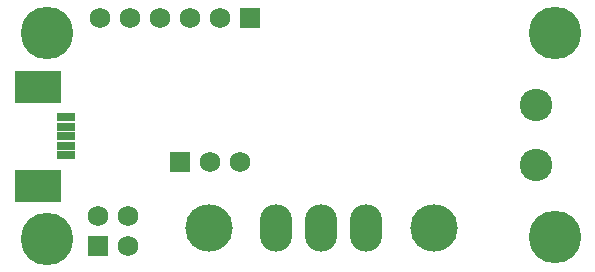
<source format=gbs>
G04 (created by PCBNEW (2013-04-19 BZR 4011)-stable) date 13/08/2014 13:04:38*
%MOIN*%
G04 Gerber Fmt 3.4, Leading zero omitted, Abs format*
%FSLAX34Y34*%
G01*
G70*
G90*
G04 APERTURE LIST*
%ADD10C,0*%
%ADD11R,0.1576X0.1064*%
%ADD12R,0.0631X0.0277*%
%ADD13O,0.108X0.158*%
%ADD14C,0.158*%
%ADD15R,0.068X0.068*%
%ADD16C,0.068*%
%ADD17C,0.108*%
%ADD18C,0.175*%
G04 APERTURE END LIST*
G54D10*
G54D11*
X52047Y-40471D03*
X52047Y-43779D03*
G54D12*
X52992Y-41495D03*
X52992Y-41810D03*
X52992Y-42755D03*
X52992Y-42440D03*
X52992Y-42125D03*
G54D13*
X59996Y-45196D03*
X61496Y-45196D03*
X62996Y-45196D03*
G54D14*
X57746Y-45196D03*
X65246Y-45196D03*
G54D15*
X56795Y-42992D03*
G54D16*
X57795Y-42992D03*
X58795Y-42992D03*
G54D15*
X54066Y-45775D03*
G54D16*
X54066Y-44775D03*
X55066Y-45775D03*
X55066Y-44775D03*
G54D15*
X59114Y-38188D03*
G54D16*
X58114Y-38188D03*
X57114Y-38188D03*
X56114Y-38188D03*
X55114Y-38188D03*
X54114Y-38188D03*
G54D17*
X68661Y-41102D03*
X68661Y-43070D03*
G54D18*
X52362Y-38673D03*
X52362Y-45562D03*
X69291Y-45484D03*
X69291Y-38673D03*
M02*

</source>
